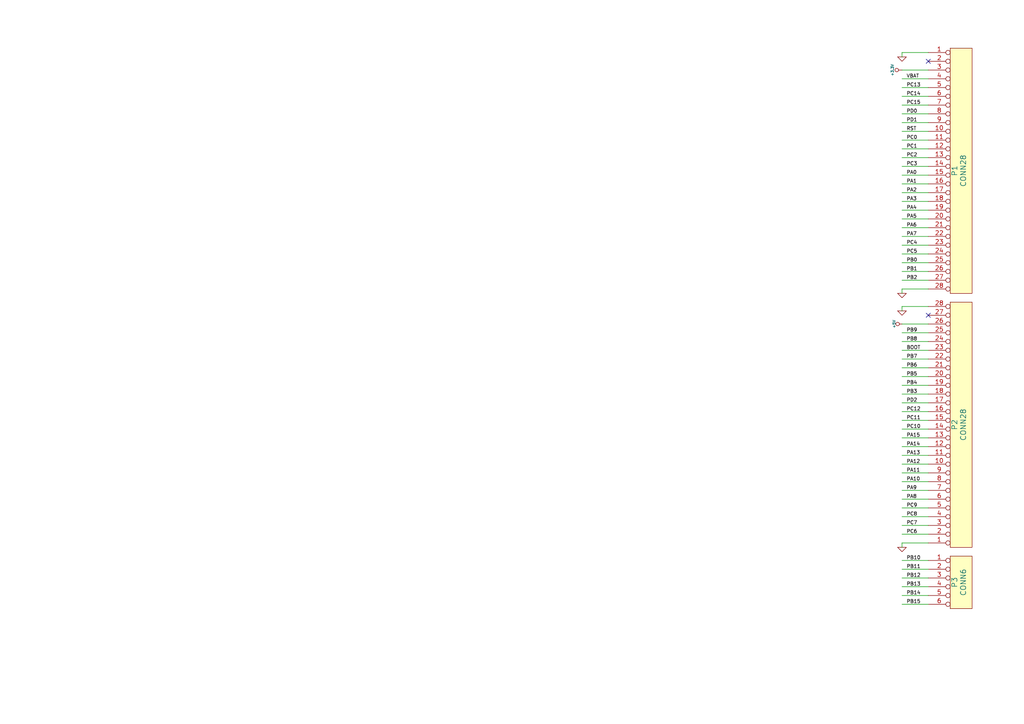
<source format=kicad_sch>
(kicad_sch (version 20230121) (generator eeschema)
  (paper "A4")
  (title_block (title "STM32 Value Line Discovery - Shiled board") (date "20 oct 2012") (rev "1.0"))
  (lib_symbols
    (symbol "stm32f100-discovery-shield-rescue:+3.3V" (power) (pin_names (offset 0))
      (property "Value" "+3.3V" (at 0 2.794 0))
      (symbol "+3.3V_0_0"
        (pin power_in line (at 0 0 90) (length 0) hide (name "+3.3V") (number "1"))
      )
      (symbol "+3.3V_0_1"
        (polyline (pts (xy 0 0) (xy 0 1.016) (xy 0 1.016)))
        (circle (center 0 1.524) (radius 0.508))
      )
    )
    (symbol "stm32f100-discovery-shield-rescue:+5V" (power) (pin_names (offset 1.016))
      (property "Value" "+5V" (at 0 2.286 0))
      (symbol "+5V_0_0"
        (pin power_in line (at 0 0 90) (length 0) hide (name "+5V") (number "1"))
      )
      (symbol "+5V_0_1"
        (polyline (pts (xy 0 0) (xy 0 0.762) (xy 0 0.762) (xy 0 0.762)))
        (circle (center 0 1.27) (radius 0.508))
      )
    )
    (symbol "stm32f100-discovery-shield-rescue:GND" (power) (pin_names (offset 0))
      (symbol "GND_0_1"
        (polyline (pts (xy -1.27 0) (xy 0 -1.27) (xy 1.27 0) (xy -1.27 0)))
      )
      (symbol "GND_1_1"
        (pin power_in line (at 0 0 90) (length 0) hide (name "GND") (number "1"))
      )
    )
    (symbol "stm32f100-discovery-shield:CONN28" (pin_names (offset 1.016) hide)
      (property "Reference" "P" (at -1.27 0 90))
      (property "Value" "CONN28" (at 1.27 0 90))
      (symbol "CONN28_0_1"
        (rectangle (start -2.54 -35.56) (end 3.81 35.56) (fill (type background)))
      )
      (symbol "CONN28_1_1"
        (pin passive inverted (at -8.89 34.29 0) (length 6.35) (name "P1") (number "1"))
        (pin passive inverted (at -8.89 11.43 0) (length 6.35) (name "P10") (number "10"))
        (pin passive inverted (at -8.89 8.89 0) (length 6.35) (name "P11") (number "11"))
        (pin passive inverted (at -8.89 6.35 0) (length 6.35) (name "P12") (number "12"))
        (pin passive inverted (at -8.89 3.81 0) (length 6.35) (name "P13") (number "13"))
        (pin passive inverted (at -8.89 1.27 0) (length 6.35) (name "P14") (number "14"))
        (pin passive inverted (at -8.89 -1.27 0) (length 6.35) (name "P15") (number "15"))
        (pin passive inverted (at -8.89 -3.81 0) (length 6.35) (name "P16") (number "16"))
        (pin passive inverted (at -8.89 -6.35 0) (length 6.35) (name "P17") (number "17"))
        (pin passive inverted (at -8.89 -8.89 0) (length 6.35) (name "P18") (number "18"))
        (pin passive inverted (at -8.89 -11.43 0) (length 6.35) (name "P19") (number "19"))
        (pin passive inverted (at -8.89 31.75 0) (length 6.35) (name "P2") (number "2"))
        (pin passive inverted (at -8.89 -13.97 0) (length 6.35) (name "P20") (number "20"))
        (pin passive inverted (at -8.89 -16.51 0) (length 6.35) (name "P21") (number "21"))
        (pin passive inverted (at -8.89 -19.05 0) (length 6.35) (name "P22") (number "22"))
        (pin passive inverted (at -8.89 -21.59 0) (length 6.35) (name "P23") (number "23"))
        (pin passive inverted (at -8.89 -24.13 0) (length 6.35) (name "P24") (number "24"))
        (pin passive inverted (at -8.89 -26.67 0) (length 6.35) (name "P25") (number "25"))
        (pin passive inverted (at -8.89 -29.21 0) (length 6.35) (name "P26") (number "26"))
        (pin passive inverted (at -8.89 -31.75 0) (length 6.35) (name "P27") (number "27"))
        (pin passive inverted (at -8.89 -34.29 0) (length 6.35) (name "P28") (number "28"))
        (pin passive inverted (at -8.89 29.21 0) (length 6.35) (name "P3") (number "3"))
        (pin passive inverted (at -8.89 26.67 0) (length 6.35) (name "P4") (number "4"))
        (pin passive inverted (at -8.89 24.13 0) (length 6.35) (name "P5") (number "5"))
        (pin passive inverted (at -8.89 21.59 0) (length 6.35) (name "P6") (number "6"))
        (pin passive inverted (at -8.89 19.05 0) (length 6.35) (name "P7") (number "7"))
        (pin passive inverted (at -8.89 16.51 0) (length 6.35) (name "P8") (number "8"))
        (pin passive inverted (at -8.89 13.97 0) (length 6.35) (name "P9") (number "9"))
      )
    )
    (symbol "stm32f100-discovery-shield:CONN6" (pin_names (offset 1.016) hide)
      (property "Reference" "P" (at -1.27 0 90))
      (property "Value" "CONN6" (at 1.27 0 90))
      (symbol "CONN6_0_1"
        (rectangle (start -2.54 -7.62) (end 3.81 7.62) (fill (type background)))
      )
      (symbol "CONN6_1_1"
        (pin passive inverted (at -8.89 6.35 0) (length 6.35) (name "P1") (number "1"))
        (pin passive inverted (at -8.89 3.81 0) (length 6.35) (name "P2") (number "2"))
        (pin passive inverted (at -8.89 1.27 0) (length 6.35) (name "P3") (number "3"))
        (pin passive inverted (at -8.89 -1.27 0) (length 6.35) (name "P4") (number "4"))
        (pin passive inverted (at -8.89 -3.81 0) (length 6.35) (name "P5") (number "5"))
        (pin passive inverted (at -8.89 -6.35 0) (length 6.35) (name "P6") (number "6"))
      )
    )
  )
  (no_connect (at 269.24 91.44))
  (no_connect (at 269.24 17.78))
  (wire (pts (xy 269.24 144.78) (xy 261.62 144.78)))
  (wire (pts (xy 261.62 157.48) (xy 261.62 158.75)))
  (wire (pts (xy 261.62 88.9) (xy 261.62 90.17)))
  (wire (pts (xy 269.24 170.18) (xy 261.62 170.18)))
  (wire (pts (xy 269.24 99.06) (xy 261.62 99.06)))
  (wire (pts (xy 269.24 109.22) (xy 261.62 109.22)))
  (wire (pts (xy 269.24 147.32) (xy 261.62 147.32)))
  (wire (pts (xy 269.24 40.64) (xy 261.62 40.64)))
  (wire (pts (xy 269.24 66.04) (xy 261.62 66.04)))
  (wire (pts (xy 269.24 119.38) (xy 261.62 119.38)))
  (wire (pts (xy 269.24 172.72) (xy 261.62 172.72)))
  (wire (pts (xy 269.24 162.56) (xy 261.62 162.56)))
  (wire (pts (xy 269.24 134.62) (xy 261.62 134.62)))
  (wire (pts (xy 269.24 33.02) (xy 261.62 33.02)))
  (wire (pts (xy 269.24 157.48) (xy 261.62 157.48)))
  (wire (pts (xy 269.24 114.3) (xy 261.62 114.3)))
  (wire (pts (xy 269.24 81.28) (xy 261.62 81.28)))
  (wire (pts (xy 269.24 38.1) (xy 261.62 38.1)))
  (wire (pts (xy 269.24 121.92) (xy 261.62 121.92)))
  (wire (pts (xy 269.24 50.8) (xy 261.62 50.8)))
  (wire (pts (xy 269.24 20.32) (xy 261.62 20.32)))
  (wire (pts (xy 269.24 142.24) (xy 261.62 142.24)))
  (wire (pts (xy 269.24 167.64) (xy 261.62 167.64)))
  (wire (pts (xy 269.24 73.66) (xy 261.62 73.66)))
  (wire (pts (xy 269.24 30.48) (xy 261.62 30.48)))
  (wire (pts (xy 269.24 15.24) (xy 261.62 15.24)))
  (wire (pts (xy 269.24 55.88) (xy 261.62 55.88)))
  (wire (pts (xy 269.24 106.68) (xy 261.62 106.68)))
  (wire (pts (xy 269.24 43.18) (xy 261.62 43.18)))
  (wire (pts (xy 269.24 124.46) (xy 261.62 124.46)))
  (wire (pts (xy 269.24 27.94) (xy 261.62 27.94)))
  (wire (pts (xy 269.24 137.16) (xy 261.62 137.16)))
  (wire (pts (xy 269.24 149.86) (xy 261.62 149.86)))
  (wire (pts (xy 269.24 154.94) (xy 261.62 154.94)))
  (wire (pts (xy 269.24 127) (xy 261.62 127)))
  (wire (pts (xy 269.24 78.74) (xy 261.62 78.74)))
  (wire (pts (xy 269.24 35.56) (xy 261.62 35.56)))
  (wire (pts (xy 269.24 152.4) (xy 261.62 152.4)))
  (wire (pts (xy 261.62 83.82) (xy 261.62 85.09)))
  (wire (pts (xy 269.24 165.1) (xy 261.62 165.1)))
  (wire (pts (xy 269.24 88.9) (xy 261.62 88.9)))
  (wire (pts (xy 269.24 101.6) (xy 261.62 101.6)))
  (wire (pts (xy 269.24 116.84) (xy 261.62 116.84)))
  (wire (pts (xy 269.24 71.12) (xy 261.62 71.12)))
  (wire (pts (xy 261.62 15.24) (xy 261.62 16.51)))
  (wire (pts (xy 269.24 83.82) (xy 261.62 83.82)))
  (wire (pts (xy 269.24 58.42) (xy 261.62 58.42)))
  (wire (pts (xy 269.24 53.34) (xy 261.62 53.34)))
  (wire (pts (xy 269.24 60.96) (xy 261.62 60.96)))
  (wire (pts (xy 269.24 93.98) (xy 261.62 93.98)))
  (wire (pts (xy 269.24 96.52) (xy 261.62 96.52)))
  (wire (pts (xy 269.24 104.14) (xy 261.62 104.14)))
  (wire (pts (xy 269.24 139.7) (xy 261.62 139.7)))
  (wire (pts (xy 269.24 175.26) (xy 261.62 175.26)))
  (wire (pts (xy 269.24 48.26) (xy 261.62 48.26)))
  (wire (pts (xy 269.24 68.58) (xy 261.62 68.58)))
  (wire (pts (xy 269.24 129.54) (xy 261.62 129.54)))
  (wire (pts (xy 269.24 63.5) (xy 261.62 63.5)))
  (wire (pts (xy 269.24 45.72) (xy 261.62 45.72)))
  (wire (pts (xy 269.24 22.86) (xy 261.62 22.86)))
  (wire (pts (xy 269.24 25.4) (xy 261.62 25.4)))
  (wire (pts (xy 269.24 132.08) (xy 261.62 132.08)))
  (wire (pts (xy 269.24 76.2) (xy 261.62 76.2)))
  (wire (pts (xy 269.24 111.76) (xy 261.62 111.76)))
  (label "PA15" (at 262.89 127 0) (effects (font (size 1.016 1.016))))
  (label "PA7" (at 262.89 68.58 0) (effects (font (size 1.016 1.016))))
  (label "VBAT" (at 262.89 22.86 0) (effects (font (size 1.016 1.016))))
  (label "PA13" (at 262.89 132.08 0) (effects (font (size 1.016 1.016))))
  (label "RST" (at 262.89 38.1 0) (effects (font (size 1.016 1.016))))
  (label "PC15" (at 262.89 30.48 0) (effects (font (size 1.016 1.016))))
  (label "PC6" (at 262.89 154.94 0) (effects (font (size 1.016 1.016))))
  (label "PC0" (at 262.89 40.64 0) (effects (font (size 1.016 1.016))))
  (label "PC12" (at 262.89 119.38 0) (effects (font (size 1.016 1.016))))
  (label "PB9" (at 262.89 96.52 0) (effects (font (size 1.016 1.016))))
  (label "PB4" (at 262.89 111.76 0) (effects (font (size 1.016 1.016))))
  (label "PB6" (at 262.89 106.68 0) (effects (font (size 1.016 1.016))))
  (label "PC8" (at 262.89 149.86 0) (effects (font (size 1.016 1.016))))
  (label "PB5" (at 262.89 109.22 0) (effects (font (size 1.016 1.016))))
  (label "PD2" (at 262.89 116.84 0) (effects (font (size 1.016 1.016))))
  (label "BOOT" (at 262.89 101.6 0) (effects (font (size 1.016 1.016))))
  (label "PC3" (at 262.89 48.26 0) (effects (font (size 1.016 1.016))))
  (label "PC9" (at 262.89 147.32 0) (effects (font (size 1.016 1.016))))
  (label "PD1" (at 262.89 35.56 0) (effects (font (size 1.016 1.016))))
  (label "PB0" (at 262.89 76.2 0) (effects (font (size 1.016 1.016))))
  (label "PB1" (at 262.89 78.74 0) (effects (font (size 1.016 1.016))))
  (label "PB15" (at 262.89 175.26 0) (effects (font (size 1.016 1.016))))
  (label "PB10" (at 262.89 162.56 0) (effects (font (size 1.016 1.016))))
  (label "PA11" (at 262.89 137.16 0) (effects (font (size 1.016 1.016))))
  (label "PA2" (at 262.89 55.88 0) (effects (font (size 1.016 1.016))))
  (label "PC7" (at 262.89 152.4 0) (effects (font (size 1.016 1.016))))
  (label "PB2" (at 262.89 81.28 0) (effects (font (size 1.016 1.016))))
  (label "PB12" (at 262.89 167.64 0) (effects (font (size 1.016 1.016))))
  (label "PB3" (at 262.89 114.3 0) (effects (font (size 1.016 1.016))))
  (label "PA5" (at 262.89 63.5 0) (effects (font (size 1.016 1.016))))
  (label "PC10" (at 262.89 124.46 0) (effects (font (size 1.016 1.016))))
  (label "PA12" (at 262.89 134.62 0) (effects (font (size 1.016 1.016))))
  (label "PA10" (at 262.89 139.7 0) (effects (font (size 1.016 1.016))))
  (label "PA0" (at 262.89 50.8 0) (effects (font (size 1.016 1.016))))
  (label "PC1" (at 262.89 43.18 0) (effects (font (size 1.016 1.016))))
  (label "PC5" (at 262.89 73.66 0) (effects (font (size 1.016 1.016))))
  (label "PB8" (at 262.89 99.06 0) (effects (font (size 1.016 1.016))))
  (label "PA9" (at 262.89 142.24 0) (effects (font (size 1.016 1.016))))
  (label "PC2" (at 262.89 45.72 0) (effects (font (size 1.016 1.016))))
  (label "PA14" (at 262.89 129.54 0) (effects (font (size 1.016 1.016))))
  (label "PD0" (at 262.89 33.02 0) (effects (font (size 1.016 1.016))))
  (label "PC11" (at 262.89 121.92 0) (effects (font (size 1.016 1.016))))
  (label "PC13" (at 262.89 25.4 0) (effects (font (size 1.016 1.016))))
  (label "PC4" (at 262.89 71.12 0) (effects (font (size 1.016 1.016))))
  (label "PA4" (at 262.89 60.96 0) (effects (font (size 1.016 1.016))))
  (label "PA3" (at 262.89 58.42 0) (effects (font (size 1.016 1.016))))
  (label "PB11" (at 262.89 165.1 0) (effects (font (size 1.016 1.016))))
  (label "PA1" (at 262.89 53.34 0) (effects (font (size 1.016 1.016))))
  (label "PC14" (at 262.89 27.94 0) (effects (font (size 1.016 1.016))))
  (label "PB13" (at 262.89 170.18 0) (effects (font (size 1.016 1.016))))
  (label "PA8" (at 262.89 144.78 0) (effects (font (size 1.016 1.016))))
  (label "PB14" (at 262.89 172.72 0) (effects (font (size 1.016 1.016))))
  (label "PB7" (at 262.89 104.14 0) (effects (font (size 1.016 1.016))))
  (label "PA6" (at 262.89 66.04 0) (effects (font (size 1.016 1.016))))
  (symbol (lib_id "stm32f100-discovery-shield:CONN28") (at 278.13 49.53 0) (unit 1)
    (property "Reference" "P1" (at 276.86 49.53 90) (effects (font (size 1.524 1.524))))
    (property "Value" "CONN28" (at 279.4 49.53 90) (effects (font (size 1.524 1.524))))
  )
  (symbol (lib_id "stm32f100-discovery-shield:CONN28") (at 278.13 123.19 0) (mirror x) (unit 1)
    (property "Reference" "P2" (at 276.86 123.19 90) (effects (font (size 1.524 1.524))))
    (property "Value" "CONN28" (at 279.4 123.19 90) (effects (font (size 1.524 1.524))))
  )
  (symbol (lib_id "stm32f100-discovery-shield:CONN6") (at 278.13 168.91 0) (unit 1)
    (property "Reference" "P3" (at 276.86 168.91 90) (effects (font (size 1.524 1.524))))
    (property "Value" "CONN6" (at 279.4 168.91 90) (effects (font (size 1.524 1.524))))
  )
  (symbol (lib_id "stm32f100-discovery-shield-rescue:GND") (at 261.62 16.51 0) (unit 1)
    (property "Reference" "#PWR01" (effects hide))
    (property "Value" "GND" (effects hide))
  )
  (symbol (lib_id "stm32f100-discovery-shield-rescue:GND") (at 261.62 85.09 0) (unit 1)
    (property "Reference" "#PWR02" (effects hide))
    (property "Value" "GND" (effects hide))
  )
  (symbol (lib_id "stm32f100-discovery-shield-rescue:GND") (at 261.62 90.17 0) (unit 1)
    (property "Reference" "#PWR03" (effects hide))
    (property "Value" "GND" (effects hide))
  )
  (symbol (lib_id "stm32f100-discovery-shield-rescue:GND") (at 261.62 158.75 0) (unit 1)
    (property "Reference" "#PWR04" (effects hide))
    (property "Value" "GND" (effects hide))
  )
  (symbol (lib_id "stm32f100-discovery-shield-rescue:+3.3V") (at 261.62 20.32 90) (unit 1)
    (property "Reference" "#PWR05" (effects hide))
    (property "Value" "+3.3V" (at 258.826 20.32 0) (effects (font (size 0.762 0.762))))
  )
  (symbol (lib_id "stm32f100-discovery-shield-rescue:+5V") (at 261.62 93.98 90) (unit 1)
    (property "Reference" "#PWR06" (effects hide))
    (property "Value" "+5V" (at 259.334 93.98 0) (effects (font (size 0.762 0.762))))
  )
)
</source>
